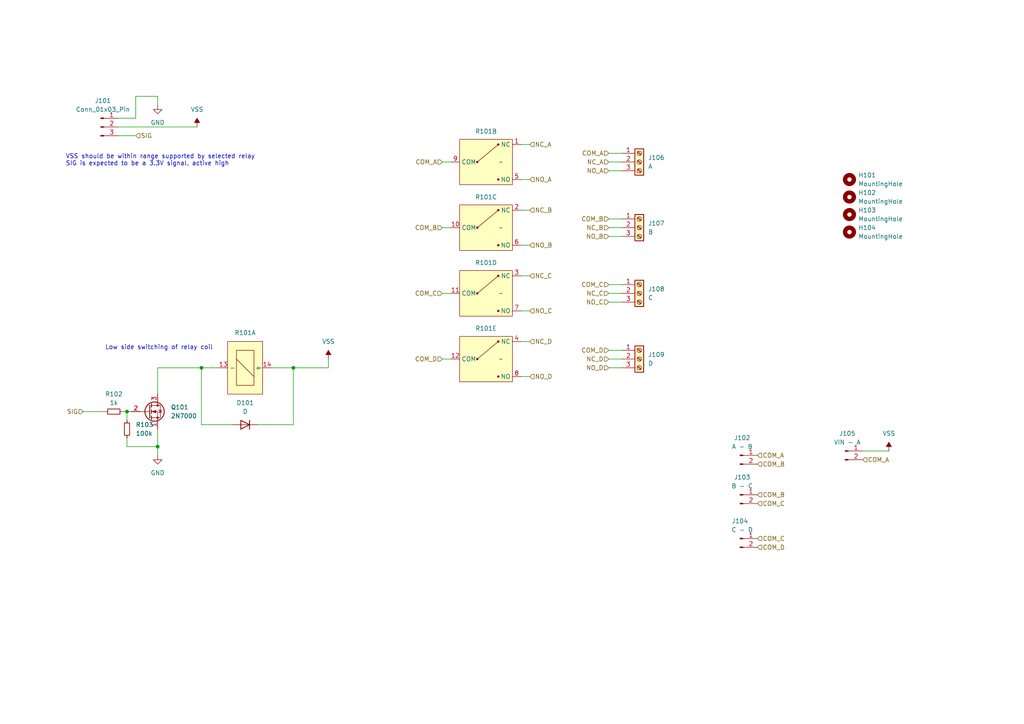
<source format=kicad_sch>
(kicad_sch (version 20230121) (generator eeschema)
  (paper "A4")
  (lib_symbols
    (symbol "BVH_Switches_Inputs:Relay_4PDT"
      (property "Reference" "R" (at 0 10.16 0))
      (symbol "Relay_4PDT_1_1"
        (rectangle (start -5.08 7.62) (end 5.08 -7.62) (fill (type background)))
        (rectangle (start -2.54 5.08) (end 2.54 -5.08) (fill (type background)))
        (polyline (pts (xy -2.54 2.54) (xy 2.54 -2.54)))
        (pin input line (at -7.62 0 0) (length 2.54) (name "-") (number "13"))
        (pin input line (at 7.62 0 180) (length 2.54) (name "+") (number "14"))
      )
      (symbol "Relay_4PDT_2_1"
        (rectangle (start -7.62 6.604) (end 7.62 -6.604) (fill (type background)))
        (circle (center -2.54 0) (radius 0.254) (fill (type outline)))
        (polyline (pts (xy -2.54 0) (xy 3.556 5.08)))
        (circle (center 3.556 -5.08) (radius 0.254) (fill (type outline)))
        (circle (center 3.556 5.08) (radius 0.254) (fill (type outline)))
        (pin input line (at 10.16 5.08 180) (length 2.54) (name "NC") (number "1"))
        (pin input line (at 10.16 -5.08 180) (length 2.54) (name "NO") (number "5"))
        (pin input line (at -10.16 0 0) (length 2.54) (name "COM") (number "9"))
      )
      (symbol "Relay_4PDT_3_1"
        (rectangle (start -7.62 6.604) (end 7.62 -6.604) (fill (type background)))
        (circle (center -2.54 0) (radius 0.254) (fill (type outline)))
        (polyline (pts (xy -2.54 0) (xy 3.556 5.08)))
        (circle (center 3.556 -5.08) (radius 0.254) (fill (type outline)))
        (circle (center 3.556 5.08) (radius 0.254) (fill (type outline)))
        (pin input line (at -10.16 0 0) (length 2.54) (name "COM") (number "10"))
        (pin input line (at 10.16 5.08 180) (length 2.54) (name "NC") (number "2"))
        (pin input line (at 10.16 -5.08 180) (length 2.54) (name "NO") (number "6"))
      )
      (symbol "Relay_4PDT_4_1"
        (rectangle (start -7.62 6.604) (end 7.62 -6.604) (fill (type background)))
        (circle (center -2.54 0) (radius 0.254) (fill (type outline)))
        (polyline (pts (xy -2.54 0) (xy 3.556 5.08)))
        (circle (center 3.556 -5.08) (radius 0.254) (fill (type outline)))
        (circle (center 3.556 5.08) (radius 0.254) (fill (type outline)))
        (pin input line (at -10.16 0 0) (length 2.54) (name "COM") (number "11"))
        (pin input line (at 10.16 5.08 180) (length 2.54) (name "NC") (number "3"))
        (pin input line (at 10.16 -5.08 180) (length 2.54) (name "NO") (number "7"))
      )
      (symbol "Relay_4PDT_5_1"
        (rectangle (start -7.62 6.604) (end 7.62 -6.604) (fill (type background)))
        (circle (center -2.54 0) (radius 0.254) (fill (type outline)))
        (polyline (pts (xy -2.54 0) (xy 3.556 5.08)))
        (circle (center 3.556 -5.08) (radius 0.254) (fill (type outline)))
        (circle (center 3.556 5.08) (radius 0.254) (fill (type outline)))
        (pin input line (at -10.16 0 0) (length 2.54) (name "COM") (number "12"))
        (pin input line (at 10.16 5.08 180) (length 2.54) (name "NC") (number "4"))
        (pin input line (at 10.16 -5.08 180) (length 2.54) (name "NO") (number "8"))
      )
    )
    (symbol "Connector:Conn_01x02_Pin" (pin_names (offset 1.016) hide)
      (property "Reference" "J" (at 0 2.54 0))
      (property "Value" "Conn_01x02_Pin" (at 0 -5.08 0))
      (symbol "Conn_01x02_Pin_1_1"
        (polyline (pts (xy 1.27 -2.54) (xy 0.8636 -2.54)) (stroke (width 0.1524)))
        (polyline (pts (xy 1.27 0) (xy 0.8636 0)) (stroke (width 0.1524)))
        (rectangle (start 0.8636 -2.413) (end 0 -2.667) (stroke (width 0.1524)) (fill (type outline)))
        (rectangle (start 0.8636 0.127) (end 0 -0.127) (stroke (width 0.1524)) (fill (type outline)))
        (pin passive line (at 5.08 0 180) (length 3.81) (name "Pin_1") (number "1"))
        (pin passive line (at 5.08 -2.54 180) (length 3.81) (name "Pin_2") (number "2"))
      )
    )
    (symbol "Connector:Conn_01x03_Pin" (pin_names (offset 1.016) hide)
      (property "Reference" "J" (at 0 5.08 0))
      (property "Value" "Conn_01x03_Pin" (at 0 -5.08 0))
      (symbol "Conn_01x03_Pin_1_1"
        (polyline (pts (xy 1.27 -2.54) (xy 0.8636 -2.54)) (stroke (width 0.1524)))
        (polyline (pts (xy 1.27 0) (xy 0.8636 0)) (stroke (width 0.1524)))
        (polyline (pts (xy 1.27 2.54) (xy 0.8636 2.54)) (stroke (width 0.1524)))
        (rectangle (start 0.8636 -2.413) (end 0 -2.667) (stroke (width 0.1524)) (fill (type outline)))
        (rectangle (start 0.8636 0.127) (end 0 -0.127) (stroke (width 0.1524)) (fill (type outline)))
        (rectangle (start 0.8636 2.667) (end 0 2.413) (stroke (width 0.1524)) (fill (type outline)))
        (pin passive line (at 5.08 2.54 180) (length 3.81) (name "Pin_1") (number "1"))
        (pin passive line (at 5.08 0 180) (length 3.81) (name "Pin_2") (number "2"))
        (pin passive line (at 5.08 -2.54 180) (length 3.81) (name "Pin_3") (number "3"))
      )
    )
    (symbol "Connector:Screw_Terminal_01x03" (pin_names (offset 1.016) hide)
      (property "Reference" "J" (at 0 5.08 0))
      (property "Value" "Screw_Terminal_01x03" (at 0 -5.08 0))
      (symbol "Screw_Terminal_01x03_1_1"
        (rectangle (start -1.27 3.81) (end 1.27 -3.81) (stroke (width 0.254)) (fill (type background)))
        (circle (center 0 -2.54) (radius 0.635) (stroke (width 0.1524)))
        (polyline (pts (xy -0.5334 -2.2098) (xy 0.3302 -3.048)) (stroke (width 0.1524)))
        (polyline (pts (xy -0.5334 0.3302) (xy 0.3302 -0.508)) (stroke (width 0.1524)))
        (polyline (pts (xy -0.5334 2.8702) (xy 0.3302 2.032)) (stroke (width 0.1524)))
        (polyline (pts (xy -0.3556 -2.032) (xy 0.508 -2.8702)) (stroke (width 0.1524)))
        (polyline (pts (xy -0.3556 0.508) (xy 0.508 -0.3302)) (stroke (width 0.1524)))
        (polyline (pts (xy -0.3556 3.048) (xy 0.508 2.2098)) (stroke (width 0.1524)))
        (circle (center 0 0) (radius 0.635) (stroke (width 0.1524)))
        (circle (center 0 2.54) (radius 0.635) (stroke (width 0.1524)))
        (pin passive line (at -5.08 2.54 0) (length 3.81) (name "Pin_1") (number "1"))
        (pin passive line (at -5.08 0 0) (length 3.81) (name "Pin_2") (number "2"))
        (pin passive line (at -5.08 -2.54 0) (length 3.81) (name "Pin_3") (number "3"))
      )
    )
    (symbol "Device:D" (pin_numbers hide) (pin_names (offset 1.016) hide)
      (property "Reference" "D" (at 0 2.54 0))
      (property "Value" "D" (at 0 -2.54 0))
      (symbol "D_0_1"
        (polyline (pts (xy -1.27 1.27) (xy -1.27 -1.27)) (stroke (width 0.254)))
        (polyline (pts (xy 1.27 0) (xy -1.27 0)))
        (polyline (pts (xy 1.27 1.27) (xy 1.27 -1.27) (xy -1.27 0) (xy 1.27 1.27)) (stroke (width 0.254)))
      )
      (symbol "D_1_1"
        (pin passive line (at -3.81 0 0) (length 2.54) (name "K") (number "1"))
        (pin passive line (at 3.81 0 180) (length 2.54) (name "A") (number "2"))
      )
    )
    (symbol "Device:R_Small" (pin_numbers hide) (pin_names (offset 0.254) hide)
      (property "Reference" "R" (at 0.762 0.508 0))
      (property "Value" "R_Small" (at 0.762 -1.016 0))
      (symbol "R_Small_0_1"
        (rectangle (start -0.762 1.778) (end 0.762 -1.778) (stroke (width 0.2032)))
      )
      (symbol "R_Small_1_1"
        (pin passive line (at 0 2.54 270) (length 0.762) (name "~") (number "1"))
        (pin passive line (at 0 -2.54 90) (length 0.762) (name "~") (number "2"))
      )
    )
    (symbol "Mechanical:MountingHole" (pin_names (offset 1.016))
      (property "Reference" "H" (at 0 5.08 0))
      (property "Value" "MountingHole" (at 0 3.175 0))
      (symbol "MountingHole_0_1"
        (circle (center 0 0) (radius 1.27) (stroke (width 1.27)))
      )
    )
    (symbol "Transistor_FET:2N7000" (pin_names hide)
      (property "Reference" "Q" (at 5.08 1.905 0))
      (property "Value" "2N7000" (at 5.08 0 0))
      (symbol "2N7000_0_1"
        (polyline (pts (xy 0.254 0) (xy -2.54 0)))
        (polyline (pts (xy 0.254 1.905) (xy 0.254 -1.905)) (stroke (width 0.254)))
        (polyline (pts (xy 0.762 -1.27) (xy 0.762 -2.286)) (stroke (width 0.254)))
        (polyline (pts (xy 0.762 0.508) (xy 0.762 -0.508)) (stroke (width 0.254)))
        (polyline (pts (xy 0.762 2.286) (xy 0.762 1.27)) (stroke (width 0.254)))
        (polyline (pts (xy 2.54 2.54) (xy 2.54 1.778)))
        (polyline (pts (xy 2.54 -2.54) (xy 2.54 0) (xy 0.762 0)))
        (polyline (pts (xy 0.762 -1.778) (xy 3.302 -1.778) (xy 3.302 1.778) (xy 0.762 1.778)))
        (polyline (pts (xy 1.016 0) (xy 2.032 0.381) (xy 2.032 -0.381) (xy 1.016 0)) (fill (type outline)))
        (polyline (pts (xy 2.794 0.508) (xy 2.921 0.381) (xy 3.683 0.381) (xy 3.81 0.254)))
        (polyline (pts (xy 3.302 0.381) (xy 2.921 -0.254) (xy 3.683 -0.254) (xy 3.302 0.381)))
        (circle (center 1.651 0) (radius 2.794) (stroke (width 0.254)))
        (circle (center 2.54 -1.778) (radius 0.254) (fill (type outline)))
        (circle (center 2.54 1.778) (radius 0.254) (fill (type outline)))
      )
      (symbol "2N7000_1_1"
        (pin passive line (at 2.54 -5.08 90) (length 2.54) (name "S") (number "1"))
        (pin input line (at -5.08 0 0) (length 2.54) (name "G") (number "2"))
        (pin passive line (at 2.54 5.08 270) (length 2.54) (name "D") (number "3"))
      )
    )
    (symbol "power:GND" (power) (pin_names (offset 0))
      (property "Value" "GND" (at 0 -3.81 0))
      (symbol "GND_0_1"
        (polyline (pts (xy 0 0) (xy 0 -1.27) (xy 1.27 -1.27) (xy 0 -2.54) (xy -1.27 -1.27) (xy 0 -1.27)))
      )
      (symbol "GND_1_1"
        (pin power_in line (at 0 0 270) (length 0) hide (name "GND") (number "1"))
      )
    )
    (symbol "power:VSS" (power) (pin_names (offset 0))
      (property "Value" "VSS" (at 0 3.81 0))
      (symbol "VSS_0_1"
        (polyline (pts (xy 0 0) (xy 0 2.54)))
        (polyline (pts (xy 0.762 1.27) (xy -0.762 1.27) (xy 0 2.54) (xy 0.762 1.27)) (fill (type outline)))
      )
      (symbol "VSS_1_1"
        (pin power_in line (at 0 0 90) (length 0) hide (name "VSS") (number "1"))
      )
    )
  )
  (junction (at 58.42 106.68))
  (junction (at 36.83 119.38))
  (junction (at 45.72 129.54))
  (junction (at 85.09 106.68))
  (wire (pts (xy 176.53 87.63) (xy 180.34 87.63)))
  (wire (pts (xy 128.27 46.99) (xy 130.81 46.99)))
  (wire (pts (xy 176.53 46.99) (xy 180.34 46.99)))
  (wire (pts (xy 45.72 114.3) (xy 45.72 106.68)))
  (wire (pts (xy 36.83 129.54) (xy 45.72 129.54)))
  (wire (pts (xy 45.72 129.54) (xy 45.72 132.08)))
  (wire (pts (xy 176.53 101.6) (xy 180.34 101.6)))
  (wire (pts (xy 95.25 106.68) (xy 85.09 106.68)))
  (wire (pts (xy 128.27 66.04) (xy 130.81 66.04)))
  (wire (pts (xy 39.37 34.29) (xy 39.37 27.94)))
  (wire (pts (xy 74.93 123.19) (xy 85.09 123.19)))
  (wire (pts (xy 36.83 129.54) (xy 36.83 127)))
  (wire (pts (xy 151.13 60.96) (xy 153.67 60.96)))
  (wire (pts (xy 151.13 41.91) (xy 153.67 41.91)))
  (wire (pts (xy 35.56 119.38) (xy 36.83 119.38)))
  (wire (pts (xy 95.25 104.14) (xy 95.25 106.68)))
  (wire (pts (xy 85.09 123.19) (xy 85.09 106.68)))
  (wire (pts (xy 176.53 104.14) (xy 180.34 104.14)))
  (wire (pts (xy 151.13 71.12) (xy 153.67 71.12)))
  (wire (pts (xy 176.53 68.58) (xy 180.34 68.58)))
  (wire (pts (xy 176.53 82.55) (xy 180.34 82.55)))
  (wire (pts (xy 85.09 106.68) (xy 78.74 106.68)))
  (wire (pts (xy 151.13 52.07) (xy 153.67 52.07)))
  (wire (pts (xy 67.31 123.19) (xy 58.42 123.19)))
  (wire (pts (xy 176.53 66.04) (xy 180.34 66.04)))
  (wire (pts (xy 36.83 119.38) (xy 36.83 121.92)))
  (wire (pts (xy 36.83 119.38) (xy 38.1 119.38)))
  (wire (pts (xy 250.19 130.81) (xy 257.81 130.81)))
  (wire (pts (xy 151.13 109.22) (xy 153.67 109.22)))
  (wire (pts (xy 45.72 106.68) (xy 58.42 106.68)))
  (wire (pts (xy 128.27 104.14) (xy 130.81 104.14)))
  (wire (pts (xy 24.13 119.38) (xy 30.48 119.38)))
  (wire (pts (xy 128.27 85.09) (xy 130.81 85.09)))
  (wire (pts (xy 39.37 27.94) (xy 45.72 27.94)))
  (wire (pts (xy 176.53 44.45) (xy 180.34 44.45)))
  (wire (pts (xy 34.29 36.83) (xy 57.15 36.83)))
  (wire (pts (xy 45.72 124.46) (xy 45.72 129.54)))
  (wire (pts (xy 45.72 27.94) (xy 45.72 30.48)))
  (wire (pts (xy 176.53 49.53) (xy 180.34 49.53)))
  (wire (pts (xy 176.53 106.68) (xy 180.34 106.68)))
  (wire (pts (xy 34.29 34.29) (xy 39.37 34.29)))
  (wire (pts (xy 58.42 106.68) (xy 63.5 106.68)))
  (wire (pts (xy 151.13 99.06) (xy 153.67 99.06)))
  (wire (pts (xy 58.42 123.19) (xy 58.42 106.68)))
  (wire (pts (xy 176.53 63.5) (xy 180.34 63.5)))
  (wire (pts (xy 176.53 85.09) (xy 180.34 85.09)))
  (wire (pts (xy 151.13 90.17) (xy 153.67 90.17)))
  (wire (pts (xy 34.29 39.37) (xy 39.37 39.37)))
  (wire (pts (xy 151.13 80.01) (xy 153.67 80.01)))
  (text "Low side switching of relay coil" (at 30.48 101.6 0) (effects (font (size 1.27 1.27)) (justify left bottom)))
  (text "VSS should be within range supported by selected relay\nSIG is expected to be a 3.3V signal, active high" (at 19.05 48.26 0) (effects (font (size 1.27 1.27)) (justify left bottom)))
  (hierarchical_label "COM_C" (shape input) (at 128.27 85.09 180))
  (hierarchical_label "NO_D" (shape input) (at 153.67 109.22 0))
  (hierarchical_label "COM_A" (shape input) (at 176.53 44.45 180))
  (hierarchical_label "NO_B" (shape input) (at 176.53 68.58 180))
  (hierarchical_label "NC_D" (shape input) (at 176.53 104.14 180))
  (hierarchical_label "NO_C" (shape input) (at 176.53 87.63 180))
  (hierarchical_label "COM_D" (shape input) (at 219.71 158.75 0))
  (hierarchical_label "COM_B" (shape input) (at 128.27 66.04 180))
  (hierarchical_label "COM_C" (shape input) (at 219.71 146.05 0))
  (hierarchical_label "NO_D" (shape input) (at 176.53 106.68 180))
  (hierarchical_label "NC_A" (shape input) (at 153.67 41.91 0))
  (hierarchical_label "COM_A" (shape input) (at 219.71 132.08 0))
  (hierarchical_label "NO_A" (shape input) (at 176.53 49.53 180))
  (hierarchical_label "NC_D" (shape input) (at 153.67 99.06 0))
  (hierarchical_label "NC_C" (shape input) (at 153.67 80.01 0))
  (hierarchical_label "NO_C" (shape input) (at 153.67 90.17 0))
  (hierarchical_label "SIG" (shape input) (at 24.13 119.38 180))
  (hierarchical_label "NO_A" (shape input) (at 153.67 52.07 0))
  (hierarchical_label "COM_B" (shape input) (at 219.71 143.51 0))
  (hierarchical_label "COM_B" (shape input) (at 176.53 63.5 180))
  (hierarchical_label "COM_A" (shape input) (at 128.27 46.99 180))
  (hierarchical_label "NC_A" (shape input) (at 176.53 46.99 180))
  (hierarchical_label "NC_C" (shape input) (at 176.53 85.09 180))
  (hierarchical_label "COM_A" (shape input) (at 250.19 133.35 0))
  (hierarchical_label "NO_B" (shape input) (at 153.67 71.12 0))
  (hierarchical_label "COM_B" (shape input) (at 219.71 134.62 0))
  (hierarchical_label "SIG" (shape input) (at 39.37 39.37 0))
  (hierarchical_label "COM_C" (shape input) (at 219.71 156.21 0))
  (hierarchical_label "COM_D" (shape input) (at 176.53 101.6 180))
  (hierarchical_label "COM_C" (shape input) (at 176.53 82.55 180))
  (hierarchical_label "NC_B" (shape input) (at 153.67 60.96 0))
  (hierarchical_label "NC_B" (shape input) (at 176.53 66.04 180))
  (hierarchical_label "COM_D" (shape input) (at 128.27 104.14 180))
  (symbol (lib_id "Connector:Conn_01x03_Pin") (at 29.21 36.83 0) (unit 1)
    (property "Reference" "J101" (at 29.845 29.21 0))
    (property "Value" "Conn_01x03_Pin" (at 29.845 31.75 0))
    (property "Footprint" "Connector_PinHeader_2.54mm:PinHeader_1x03_P2.54mm_Vertical" (effects hide))
  )
  (symbol (lib_id "BVH_Switches_Inputs:Relay_4PDT") (at 140.97 85.09 0) (unit 4)
    (property "Reference" "R101" (at 140.97 76.2 0))
    (property "Value" "~" (at 145.288 85.09 0))
    (property "Footprint" "BVH_Switches:OMRON_MY4" (effects hide))
  )
  (symbol (lib_id "Connector:Screw_Terminal_01x03") (at 185.42 104.14 0) (unit 1)
    (property "Reference" "J109" (at 187.96 102.87 0) (effects (justify left)))
    (property "Value" "D" (at 187.96 105.41 0) (effects (justify left)))
    (property "Footprint" "BVH_Connectors_Misc:5.08mm_THT_PinHeader_01x03" (effects hide))
  )
  (symbol (lib_id "Connector:Conn_01x02_Pin") (at 214.63 156.21 0) (unit 1)
    (property "Reference" "J104" (at 214.63 151.13 0))
    (property "Value" "C - D" (at 215.265 153.67 0))
    (property "Footprint" "Connector_PinHeader_2.54mm:PinHeader_1x02_P2.54mm_Vertical" (effects hide))
  )
  (symbol (lib_id "Mechanical:MountingHole") (at 246.38 62.23 0) (unit 1)
    (property "Reference" "H103" (at 248.92 60.96 0) (effects (justify left)))
    (property "Value" "MountingHole" (at 248.92 63.5 0) (effects (justify left)))
    (property "Footprint" "MountingHole:MountingHole_3.2mm_M3" (effects hide))
  )
  (symbol (lib_id "Mechanical:MountingHole") (at 246.38 57.15 0) (unit 1)
    (property "Reference" "H102" (at 248.92 55.88 0) (effects (justify left)))
    (property "Value" "MountingHole" (at 248.92 58.42 0) (effects (justify left)))
    (property "Footprint" "MountingHole:MountingHole_3.2mm_M3" (effects hide))
  )
  (symbol (lib_id "Connector:Screw_Terminal_01x03") (at 185.42 85.09 0) (unit 1)
    (property "Reference" "J108" (at 187.96 83.82 0) (effects (justify left)))
    (property "Value" "C" (at 187.96 86.36 0) (effects (justify left)))
    (property "Footprint" "BVH_Connectors_Misc:5.08mm_THT_PinHeader_01x03" (effects hide))
  )
  (symbol (lib_id "power:GND") (at 45.72 30.48 0) (unit 1)
    (property "Reference" "#PWR0101" (effects hide))
    (property "Value" "GND" (at 45.72 35.56 0))
  )
  (symbol (lib_id "BVH_Switches_Inputs:Relay_4PDT") (at 140.97 46.99 0) (unit 2)
    (property "Reference" "R101" (at 140.97 38.1 0))
    (property "Value" "~" (at 145.288 46.99 0))
    (property "Footprint" "BVH_Switches:OMRON_MY4" (effects hide))
  )
  (symbol (lib_id "power:VSS") (at 57.15 36.83 0) (unit 1)
    (property "Reference" "#PWR0102" (effects hide))
    (property "Value" "VSS" (at 57.15 31.75 0))
  )
  (symbol (lib_id "Mechanical:MountingHole") (at 246.38 52.07 0) (unit 1)
    (property "Reference" "H101" (at 248.92 50.8 0) (effects (justify left)))
    (property "Value" "MountingHole" (at 248.92 53.34 0) (effects (justify left)))
    (property "Footprint" "MountingHole:MountingHole_3.2mm_M3" (effects hide))
  )
  (symbol (lib_id "Device:R_Small") (at 36.83 124.46 180) (unit 1)
    (property "Reference" "R103" (at 39.37 123.19 0) (effects (justify right)))
    (property "Value" "100k" (at 39.37 125.73 0) (effects (justify right)))
    (property "Footprint" "Resistor_SMD:R_0603_1608Metric" (effects hide))
  )
  (symbol (lib_id "power:VSS") (at 257.81 130.81 0) (unit 1)
    (property "Reference" "#PWR0105" (effects hide))
    (property "Value" "VSS" (at 257.81 125.73 0))
  )
  (symbol (lib_id "Device:R_Small") (at 33.02 119.38 90) (unit 1)
    (property "Reference" "R102" (at 33.02 114.3 90))
    (property "Value" "1k" (at 33.02 116.84 90))
    (property "Footprint" "Resistor_SMD:R_0603_1608Metric" (effects hide))
  )
  (symbol (lib_id "BVH_Switches_Inputs:Relay_4PDT") (at 71.12 106.68 0) (unit 1)
    (property "Reference" "R101" (at 71.12 96.52 0))
    (property "Value" "~" (at 75.438 106.68 0))
    (property "Footprint" "BVH_Switches:OMRON_MY4" (effects hide))
  )
  (symbol (lib_id "Connector:Screw_Terminal_01x03") (at 185.42 66.04 0) (unit 1)
    (property "Reference" "J107" (at 187.96 64.77 0) (effects (justify left)))
    (property "Value" "B" (at 187.96 67.31 0) (effects (justify left)))
    (property "Footprint" "BVH_Connectors_Misc:5.08mm_THT_PinHeader_01x03" (effects hide))
  )
  (symbol (lib_id "Device:D") (at 71.12 123.19 180) (unit 1)
    (property "Reference" "D101" (at 71.12 116.84 0))
    (property "Value" "D" (at 71.12 119.38 0))
    (property "Footprint" "Diode_THT:D_DO-41_SOD81_P7.62mm_Horizontal" (effects hide))
    (property "Sim.Device" "D" (effects hide))
    (property "Sim.Pins" "1=K 2=A" (effects hide))
  )
  (symbol (lib_id "Transistor_FET:2N7000") (at 43.18 119.38 0) (unit 1)
    (property "Reference" "Q101" (at 49.53 118.11 0) (effects (justify left)))
    (property "Value" "2N7000" (at 49.53 120.65 0) (effects (justify left)))
    (property "Footprint" "Package_TO_SOT_THT:TO-92_Inline" (effects hide))
    (property "Datasheet" "https://www.vishay.com/docs/70226/70226.pdf" (effects hide))
  )
  (symbol (lib_id "Mechanical:MountingHole") (at 246.38 67.31 0) (unit 1)
    (property "Reference" "H104" (at 248.92 66.04 0) (effects (justify left)))
    (property "Value" "MountingHole" (at 248.92 68.58 0) (effects (justify left)))
    (property "Footprint" "MountingHole:MountingHole_3.2mm_M3" (effects hide))
  )
  (symbol (lib_id "Connector:Conn_01x02_Pin") (at 214.63 143.51 0) (unit 1)
    (property "Reference" "J103" (at 215.265 138.43 0))
    (property "Value" "B - C" (at 215.265 140.97 0))
    (property "Footprint" "Connector_PinHeader_2.54mm:PinHeader_1x02_P2.54mm_Vertical" (effects hide))
  )
  (symbol (lib_id "BVH_Switches_Inputs:Relay_4PDT") (at 140.97 66.04 0) (unit 3)
    (property "Reference" "R101" (at 140.97 57.15 0))
    (property "Value" "~" (at 145.288 66.04 0))
    (property "Footprint" "BVH_Switches:OMRON_MY4" (effects hide))
  )
  (symbol (lib_id "BVH_Switches_Inputs:Relay_4PDT") (at 140.97 104.14 0) (unit 5)
    (property "Reference" "R101" (at 140.97 95.25 0))
    (property "Value" "~" (at 145.288 104.14 0))
    (property "Footprint" "BVH_Switches:OMRON_MY4" (effects hide))
  )
  (symbol (lib_id "Connector:Screw_Terminal_01x03") (at 185.42 46.99 0) (unit 1)
    (property "Reference" "J106" (at 187.96 45.72 0) (effects (justify left)))
    (property "Value" "A" (at 187.96 48.26 0) (effects (justify left)))
    (property "Footprint" "BVH_Connectors_Misc:5.08mm_THT_PinHeader_01x03" (effects hide))
  )
  (symbol (lib_id "power:VSS") (at 95.25 104.14 0) (unit 1)
    (property "Reference" "#PWR0103" (effects hide))
    (property "Value" "VSS" (at 95.25 99.06 0))
  )
  (symbol (lib_id "Connector:Conn_01x02_Pin") (at 245.11 130.81 0) (unit 1)
    (property "Reference" "J105" (at 245.745 125.73 0))
    (property "Value" "VIN - A" (at 245.745 128.27 0))
    (property "Footprint" "Connector_PinHeader_2.54mm:PinHeader_1x02_P2.54mm_Vertical" (effects hide))
  )
  (symbol (lib_id "Connector:Conn_01x02_Pin") (at 214.63 132.08 0) (unit 1)
    (property "Reference" "J102" (at 215.265 127 0))
    (property "Value" "A - B" (at 215.265 129.54 0))
    (property "Footprint" "Connector_PinHeader_2.54mm:PinHeader_1x02_P2.54mm_Vertical" (effects hide))
  )
  (symbol (lib_id "power:GND") (at 45.72 132.08 0) (unit 1)
    (property "Reference" "#PWR0104" (effects hide))
    (property "Value" "GND" (at 45.72 137.16 0))
  )
)
</source>
